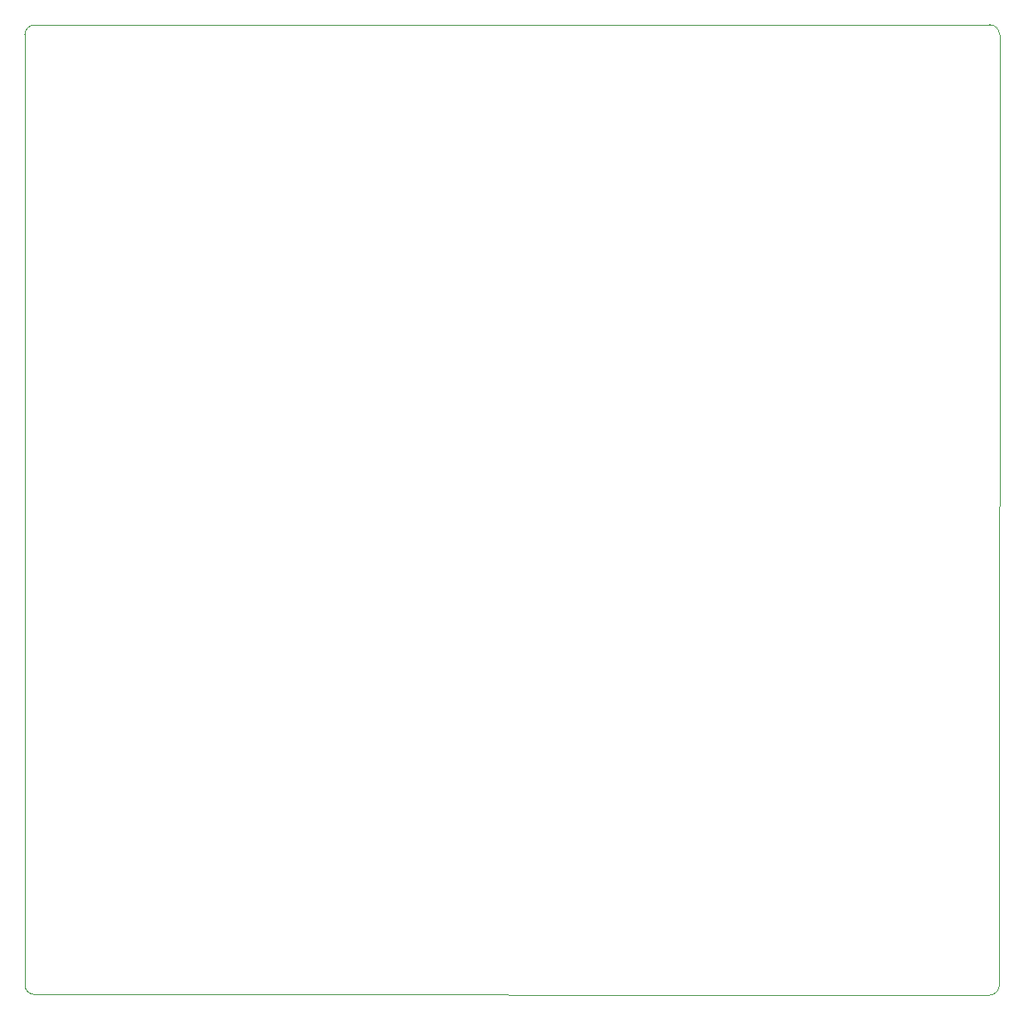
<source format=gbr>
%TF.GenerationSoftware,KiCad,Pcbnew,(7.0.0)*%
%TF.CreationDate,2023-04-03T15:53:06+02:00*%
%TF.ProjectId,HAT,4841542e-6b69-4636-9164-5f7063625858,rev?*%
%TF.SameCoordinates,Original*%
%TF.FileFunction,Profile,NP*%
%FSLAX46Y46*%
G04 Gerber Fmt 4.6, Leading zero omitted, Abs format (unit mm)*
G04 Created by KiCad (PCBNEW (7.0.0)) date 2023-04-03 15:53:06*
%MOMM*%
%LPD*%
G01*
G04 APERTURE LIST*
%TA.AperFunction,Profile*%
%ADD10C,0.100000*%
%TD*%
G04 APERTURE END LIST*
D10*
X96443758Y-144754601D02*
G75*
G03*
X97399265Y-145693737I964242J25401D01*
G01*
X194666600Y-145775512D02*
G75*
G03*
X195707000Y-144780000I0J1041412D01*
G01*
X97409000Y-46887353D02*
G75*
G03*
X96443801Y-47842944I0J-965247D01*
G01*
X97409000Y-46887396D02*
X194705613Y-46837601D01*
X96443801Y-144754600D02*
X96443801Y-47842944D01*
X97399265Y-145693738D02*
X194666600Y-145775524D01*
X195725586Y-47867228D02*
X195707000Y-144780000D01*
X195725544Y-47867228D02*
G75*
G03*
X194705613Y-46837602I-1029644J28D01*
G01*
M02*

</source>
